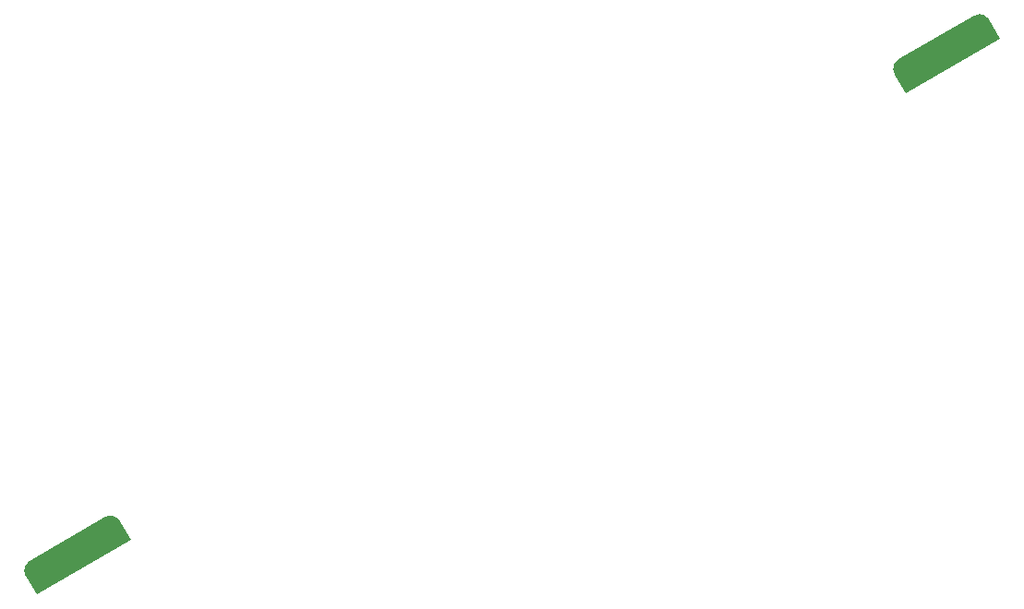
<source format=gts>
G04*
G04 #@! TF.GenerationSoftware,Altium Limited,Altium Designer,25.5.2 (35)*
G04*
G04 Layer_Color=8388736*
%FSLAX44Y44*%
%MOMM*%
G71*
G04*
G04 #@! TF.SameCoordinates,D6C86324-9847-461E-B63F-EAAAC8019ABE*
G04*
G04*
G04 #@! TF.FilePolarity,Negative*
G04*
G01*
G75*
G36*
X329641Y528660D02*
X319641Y545981D01*
X319149Y546834D01*
X318515Y548699D01*
X318258Y550652D01*
X318387Y552618D01*
X318897Y554520D01*
X319768Y556287D01*
X320967Y557850D01*
X322448Y559149D01*
X323301Y559641D01*
X323301Y559641D01*
X392583Y599641D01*
X393436Y600133D01*
X395302Y600766D01*
X397254Y601024D01*
X399220Y600895D01*
X401123Y600385D01*
X402890Y599514D01*
X404452Y598315D01*
X405751Y596834D01*
X406244Y595981D01*
X406244Y595981D01*
X416244Y578660D01*
X329641Y528660D01*
D02*
G37*
G36*
X1126384Y988660D02*
X1116384Y1005981D01*
X1115892Y1006834D01*
X1115259Y1008699D01*
X1115002Y1010652D01*
X1115130Y1012618D01*
X1115640Y1014520D01*
X1116512Y1016287D01*
X1117711Y1017850D01*
X1119192Y1019149D01*
X1120045Y1019641D01*
X1120045Y1019641D01*
X1189327Y1059641D01*
X1190180Y1060133D01*
X1192045Y1060767D01*
X1193998Y1061024D01*
X1195964Y1060895D01*
X1197866Y1060385D01*
X1199633Y1059514D01*
X1201196Y1058315D01*
X1202495Y1056834D01*
X1202987Y1055981D01*
X1202987Y1055981D01*
X1212987Y1038660D01*
X1126384Y988660D01*
D02*
G37*
M02*

</source>
